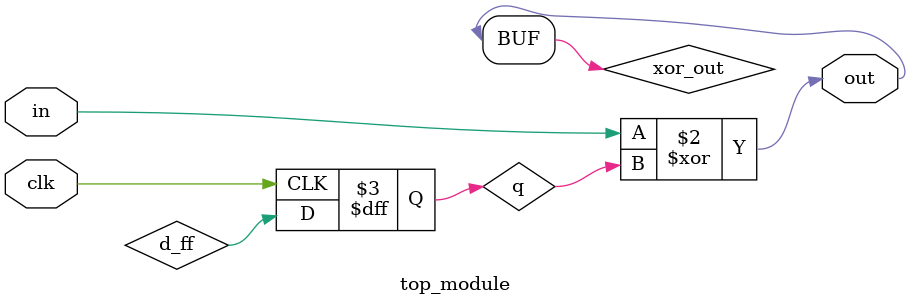
<source format=sv>
module top_module (
	input clk,
	input in,
	output logic out
);

// Declaration of D flip-flop
reg d_ff;
reg q;

// Declaration of XOR gate
wire xor_out;

// D flip-flop
always @(posedge clk)
	begin
		q <= d_ff;
	end

// XOR gate
assign xor_out = in ^ q;

// Assigning output
assign out = xor_out;

endmodule

</source>
